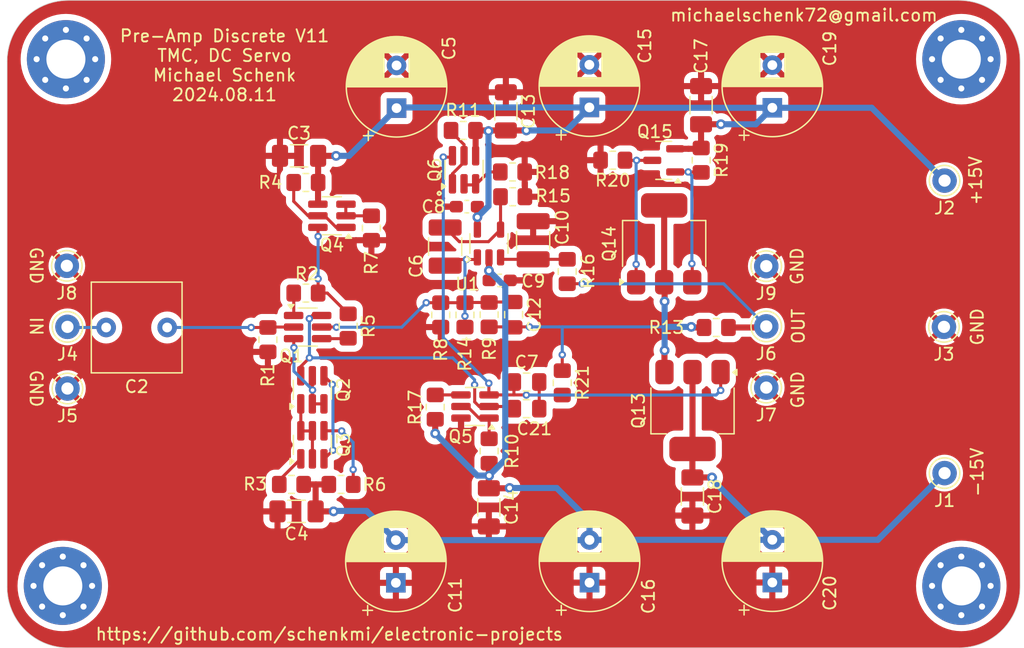
<source format=kicad_pcb>
(kicad_pcb (version 20240108) (generator "pcbnew") (generator_version "8.0")
  (layers (0 "F.Cu" signal) (31 "B.Cu" signal) (34 "B.Paste" user) (35 "F.Paste" user) (36 "B.SilkS" user "B.Silkscreen") (37 "F.SilkS" user "F.Silkscreen") (38 "B.Mask" user) (39 "F.Mask" user) (44 "Edge.Cuts" user))
  (net 0 "")
  (net 1 "GND")
  (net 2 "+15V")
  (net 3 "Net-(Q1A-B1)")
  (net 4 "-15V")
  (net 5 "Net-(J4-Pin_1)")
  (net 6 "Net-(U1--)")
  (net 7 "Net-(Q13-B)")
  (net 8 "Net-(C21-Pad1)")
  (net 9 "Net-(U1-+)")
  (net 10 "DCSERVO_OUT")
  (net 11 "DCSERVO_IN")
  (net 12 "Net-(Q13-E)")
  (net 13 "Net-(Q1B-B2)")
  (net 14 "Net-(Q1A-C1)")
  (net 15 "Net-(Q1A-E1)")
  (net 16 "Net-(Q1B-C2)")
  (net 17 "Net-(Q1B-E2)")
  (net 18 "Net-(Q2A-E1)")
  (net 19 "Net-(Q2B-E2)")
  (net 20 "Net-(Q3A-E1)")
  (net 21 "Net-(Q3B-E2)")
  (net 22 "Net-(Q4A-E1)")
  (net 23 "Net-(Q4A-B1)")
  (net 24 "Net-(Q4A-C1)")
  (net 25 "Net-(Q5A-E1)")
  (net 26 "Net-(Q5B-E2)")
  (net 27 "Net-(Q6A-E1)")
  (net 28 "Net-(Q6A-B1)")
  (net 29 "Net-(Q14-B)")
  (net 30 "Net-(Q14-E)")
  (footprint "Capacitor_THT:C_Rect_L7.2mm_W7.2mm_P5.00mm_FKS2_FKP2_MKS2_MKP2" (layer "F.Cu") (at 134.54 122.3264 180)
    (property "Reference" "C2")
    (property "Value" "3.3uF")
  )
  (footprint "MountingHole:MountingHole_3.2mm_M3_Pad_Via" (layer "F.Cu") (at 125.984 143.51)
    (property "Reference" "H3" (hide yes))
    (property "Value" "MountingHole")
  )
  (footprint "Connector_Pin:Pin_D1.0mm_L10.0mm" (layer "F.Cu") (at 126.365 122.2756)
    (property "Reference" "J4")
    (property "Value" "Conn_01x01")
  )
  (footprint "Connector_Pin:Pin_D1.0mm_L10.0mm" (layer "F.Cu") (at 126.365 127.3302)
    (property "Reference" "J5")
    (property "Value" "Conn_01x01")
  )
  (footprint "Package_TO_SOT_SMD:SC-74-6_1.55x2.9mm_P0.95mm" (layer "F.Cu") (at 158.877 109.3978 90)
    (property "Reference" "Q6")
    (property "Value" "BCM857DS,115")
  )
  (footprint "Resistor_SMD:R_0805_2012Metric_Pad1.20x1.40mm_HandSolder" (layer "F.Cu") (at 142.7988 123.3264 -90)
    (property "Reference" "R1")
    (property "Value" "10k")
  )
  (footprint "Resistor_SMD:R_0805_2012Metric_Pad1.20x1.40mm_HandSolder" (layer "F.Cu") (at 145.9136 119.507 180)
    (property "Reference" "R2")
    (property "Value" "180R")
  )
  (footprint "Resistor_SMD:R_0805_2012Metric_Pad1.20x1.40mm_HandSolder" (layer "F.Cu") (at 144.7292 135.1917)
    (property "Reference" "R3")
    (property "Value" "220R")
  )
  (footprint "Resistor_SMD:R_0805_2012Metric_Pad1.20x1.40mm_HandSolder" (layer "F.Cu") (at 149.3774 122.2088 -90)
    (property "Reference" "R5")
    (property "Value" "180R")
  )
  (footprint "Resistor_SMD:R_0805_2012Metric_Pad1.20x1.40mm_HandSolder" (layer "F.Cu") (at 148.7932 135.1917 180)
    (property "Reference" "R6")
    (property "Value" "220R")
  )
  (footprint "Resistor_SMD:R_0805_2012Metric_Pad1.20x1.40mm_HandSolder" (layer "F.Cu") (at 160.9344 121.2756 90)
    (property "Reference" "R9")
    (property "Value" "10k")
  )
  (footprint "Resistor_SMD:R_0805_2012Metric_Pad1.20x1.40mm_HandSolder" (layer "F.Cu") (at 160.9344 132.4516 -90)
    (property "Reference" "R10")
    (property "Value" "1k")
  )
  (footprint "MountingHole:MountingHole_3.2mm_M3_Pad_Via" (layer "F.Cu") (at 199.644 143.51)
    (property "Reference" "H2" (hide yes))
    (property "Value" "MountingHole")
  )
  (footprint "MountingHole:MountingHole_3.2mm_M3_Pad_Via" (layer "F.Cu") (at 199.644 100.33)
    (property "Reference" "H1" (hide yes))
    (property "Value" "MountingHole")
  )
  (footprint "Resistor_SMD:R_0805_2012Metric_Pad1.20x1.40mm_HandSolder" (layer "F.Cu") (at 158.8102 106.172 180)
    (property "Reference" "R11")
    (property "Value" "75R")
  )
  (footprint "MountingHole:MountingHole_3.2mm_M3_Pad_Via" (layer "F.Cu") (at 126.238 100.33)
    (property "Reference" "H4" (hide yes))
    (property "Value" "MountingHole")
  )
  (footprint "Resistor_SMD:R_0805_2012Metric_Pad1.20x1.40mm_HandSolder" (layer "F.Cu") (at 156.9659 121.2944 -90)
    (property "Reference" "R8")
    (property "Value" "4.7k")
  )
  (footprint "Connector_Pin:Pin_D1.0mm_L10.0mm" (layer "F.Cu") (at 183.652176 122.2375)
    (property "Reference" "J6")
    (property "Value" "Conn_01x01")
  )
  (footprint "Connector_Pin:Pin_D1.0mm_L10.0mm" (layer "F.Cu") (at 183.652176 127.254)
    (property "Reference" "J7")
    (property "Value" "Conn_01x01")
  )
  (footprint "Resistor_SMD:R_0805_2012Metric_Pad1.20x1.40mm_HandSolder" (layer "F.Cu") (at 179.553376 122.3264 180)
    (property "Reference" "R13")
    (property "Value" "47R")
  )
  (footprint "Capacitor_SMD:C_1210_3225Metric_Pad1.33x2.70mm_HandSolder" (layer "F.Cu") (at 157.3287 115.6931 90)
    (property "Reference" "C6")
    (property "Value" "1uF/16V")
  )
  (footprint "Capacitor_SMD:C_0603_1608Metric_Pad1.08x0.95mm_HandSolder" (layer "F.Cu") (at 159.1078 112.4204)
    (property "Reference" "C8")
    (property "Value" "100nF")
  )
  (footprint "Capacitor_SMD:C_0603_1608Metric_Pad1.08x0.95mm_HandSolder" (layer "F.Cu") (at 161.798 118.4656 180)
    (property "Reference" "C9")
    (property "Value" "100nF")
  )
  (footprint "Capacitor_SMD:C_1210_3225Metric_Pad1.33x2.70mm_HandSolder" (layer "F.Cu") (at 164.5423 115.1759 -90)
    (property "Reference" "C10")
    (property "Value" "1uF/16V")
  )
  (footprint "Connector_Pin:Pin_D1.0mm_L10.0mm" (layer "F.Cu") (at 198.2724 134.2644)
    (property "Reference" "J1")
    (property "Value" "Conn_01x01")
  )
  (footprint "Connector_Pin:Pin_D1.0mm_L10.0mm" (layer "F.Cu") (at 198.2724 110.2868)
    (property "Reference" "J2")
    (property "Value" "Conn_01x01")
  )
  (footprint "Connector_Pin:Pin_D1.0mm_L10.0mm" (layer "F.Cu") (at 198.2216 122.2756)
    (property "Reference" "J3")
    (property "Value" "Conn_01x01")
  )
  (footprint "Package_TO_SOT_SMD:SC-74-6_1.55x2.9mm_P0.95mm" (layer "F.Cu") (at 146.4462 131.946 90)
    (property "Reference" "Q3")
    (property "Value" "BCM847DS,115")
  )
  (footprint "Package_TO_SOT_SMD:SC-74-6_1.55x2.9mm_P0.95mm" (layer "F.Cu") (at 148.0464 113.168655 180)
    (property "Reference" "Q4")
    (property "Value" "BCM857DS,115")
  )
  (footprint "Resistor_SMD:R_0805_2012Metric_Pad1.20x1.40mm_HandSolder" (layer "F.Cu") (at 145.9136 110.4392 180)
    (property "Reference" "R4")
    (property "Value" "150R")
  )
  (footprint "Resistor_SMD:R_0805_2012Metric_Pad1.20x1.40mm_HandSolder" (layer "F.Cu") (at 151.2824 114.170955 -90)
    (property "Reference" "R7")
    (property "Value" "10k")
  )
  (footprint "Resistor_SMD:R_0805_2012Metric_Pad1.20x1.40mm_HandSolder" (layer "F.Cu") (at 158.9532 121.2944 90)
    (property "Reference" "R14")
    (property "Value" "47k")
  )
  (footprint "Resistor_SMD:R_0805_2012Metric_Pad1.20x1.40mm_HandSolder" (layer "F.Cu") (at 162.8648 111.6076)
    (property "Reference" "R15")
    (property "Value" "160k")
  )
  (footprint "Resistor_SMD:R_0805_2012Metric_Pad1.20x1.40mm_HandSolder" (layer "F.Cu") (at 167.3352 117.7384 90)
    (property "Reference" "R16")
    (property "Value" "160k")
  )
  (footprint "Package_TO_SOT_SMD:TSOT-23-5" (layer "F.Cu") (at 160.9203 115.4411 90)
    (property "Reference" "U1")
    (property "Value" "OPA182IDBVR")
  )
  (footprint "Capacitor_SMD:C_0805_2012Metric_Pad1.18x1.45mm_HandSolder" (layer "F.Cu") (at 164.0039 126.7968)
    (property "Reference" "C7")
    (property "Value" "100pF/C0G")
  )
  (footprint "Package_TO_SOT_SMD:SC-74-6_1.55x2.9mm_P0.95mm" (layer "F.Cu") (at 146.0555 122.2908)
    (property "Reference" "Q1")
    (property "Value" "BCM857DS,115")
  )
  (footprint "Package_TO_SOT_SMD:SC-74-6_1.55x2.9mm_P0.95mm" (layer "F.Cu") (at 146.4412 127.4373 90)
    (property "Reference" "Q2")
    (property "Value" "BCM847DS,115")
  )
  (footprint "Package_TO_SOT_SMD:SC-74-6_1.55x2.9mm_P0.95mm" (layer "F.Cu") (at 159.7754 128.8034 180)
    (property "Reference" "Q5")
    (property "Value" "BCM847DS,115")
  )
  (footprint "Resistor_SMD:R_0805_2012Metric_Pad1.20x1.40mm_HandSolder" (layer "F.Cu") (at 171.069776 108.6104 180)
    (property "Reference" "R20")
    (property "Value" "10k")
  )
  (footprint "Package_TO_SOT_SMD:SOT-223-3_TabPin2" (layer "F.Cu") (at 175.284176 115.468 90)
    (property "Reference" "Q14")
    (property "Value" "DZT5401")
  )
  (footprint "Capacitor_SMD:C_0805_2012Metric_Pad1.18x1.45mm_HandSolder" (layer "F.Cu") (at 164.0039 128.9812 180)
    (property "Reference" "C21")
    (property "Value" "47pF/C0G")
  )
  (footprint "Capacitor_THT:CP_Radial_D8.0mm_P3.50mm" (layer "F.Cu") (at 169.164 143.244951 90)
    (property "Reference" "C16")
    (property "Value" "220uF")
  )
  (footprint "Capacitor_SMD:C_1206_3216Metric_Pad1.33x1.80mm_HandSolder" (layer "F.Cu") (at 178.308 104.1015 -90)
    (property "Reference" "C17")
    (property "Value" "100nF")
  )
  (footprint "Resistor_SMD:R_0805_2012Metric_Pad1.20x1.40mm_HandSolder" (layer "F.Cu") (at 156.5148 128.8542 -90)
    (property "Reference" "R17")
    (property "Value" "56")
  )
  (footprint "Connector_Pin:Pin_D1.0mm_L10.0mm" (layer "F.Cu") (at 126.3142 117.2718)
    (property "Reference" "J8")
    (property "Value" "Conn_01x01")
  )
  (footprint "Capacitor_THT:CP_Radial_D8.0mm_P3.50mm" (layer "F.Cu") (at 153.344036 104.3432 90)
    (property "Reference" "C5")
    (property "Value" "220uF")
  )
  (footprint "Capacitor_SMD:C_1206_3216Metric_Pad1.33x1.80mm_HandSolder" (layer "F.Cu") (at 145.1479 137.4015 180)
    (property "Reference" "C4")
    (property "Value" "100nF")
  )
  (footprint "Package_TO_SOT_SMD:SOT-23" (layer "F.Cu") (at 175.247076 108.6256 180)
    (property "Reference" "Q15")
    (property "Value" "BC860C")
  )
  (footprint "Resistor_SMD:R_0805_2012Metric_Pad1.20x1.40mm_HandSolder" (layer "F.Cu") (at 178.318176 108.6104 -90)
    (property "Reference" "R19")
    (property "Value" "40.2R")
  )
  (footprint "Capacitor_THT:CP_Radial_D8.0mm_P3.50mm" (layer "F.Cu") (at 184.15 104.3152 90)
    (property "Reference" "C19")
    (property "Value" "220uF")
  )
  (footprint "Connector_Pin:Pin_D1.0mm_L10.0mm" (layer "F.Cu") (at 183.652176 117.2972)
    (property "Reference" "J9")
    (property "Value" "Conn_01x01")
  )
  (footprint "Capacitor_THT:CP_Radial_D8.0mm_P3.50mm" (layer "F.Cu") (at 169.151931 104.2872 90)
    (property "Reference" "C15")
    (property "Value" "220uF")
  )
  (footprint "Capacitor_SMD:C_1206_3216Metric_Pad1.33x1.80mm_HandSolder" (layer "F.Cu") (at 162.306 104.6095 -90)
    (property "Reference" "C13")
    (property "Value" "100nF")
  )
  (footprint "Resistor_SMD:R_0805_2012Metric_Pad1.20x1.40mm_HandSolder" (layer "F.Cu") (at 162.8488 109.5756)
    (property "Reference" "R18")
    (property "Value" "10k")
  )
  (footprint "Capacitor_SMD:C_0805_2012Metric_Pad1.18x1.45mm_HandSolder" (layer "F.Cu") (at 162.941 121.2756 90)
    (property "Reference" "C12")
    (property "Value" "4.7pF/C0G")
  )
  (footprint "Capacitor_SMD:C_1206_3216Metric_Pad1.33x1.80mm_HandSolder" (layer "F.Cu") (at 145.3511 108.2548)
    (property "Reference" "C3")
    (property "Value" "100nF")
  )
  (footprint "Capacitor_SMD:C_1206_3216Metric_Pad1.33x1.80mm_HandSolder" (layer "F.Cu") (at 177.5968 136.1825 -90)
    (property "Reference" "C18")
    (property "Value" "100nF")
  )
  (footprint "Package_TO_SOT_SMD:SOT-223-3_TabPin2" (layer "F.Cu") (at 177.606976 129.134 -90)
    (property "Reference" "Q13")
    (property "Value" "DZT5401")
  )
  (footprint "Capacitor_SMD:C_1206_3216Metric_Pad1.33x1.80mm_HandSolder" (layer "F.Cu") (at 160.909 137.0715 -90)
    (property "Reference" "C14")
    (property "Value" "100nF")
  )
  (footprint "Resistor_SMD:R_0805_2012Metric_Pad1.20x1.40mm_HandSolder" (layer "F.Cu") (at 166.9288 126.8636 -90)
    (property "Reference" "R21")
    (property "Value" "1k")
  )
  (footprint "Capacitor_THT:CP_Radial_D8.0mm_P3.50mm" (layer "F.Cu") (at 184.15 143.232251 90)
    (property "Reference" "C20")
    (property "Value" "220uF")
  )
  (footprint "Capacitor_THT:CP_Radial_D8.0mm_P3.50mm" (layer "F.Cu") (at 153.289 143.257651 90)
    (property "Reference" "C11")
    (property "Value" "220uF")
  )
  (gr_arc (start 126.412 148.59) (mid 122.876466 147.125534) (end 121.412 143.59) (stroke (width 0.05)) (layer "Edge.Cuts"))
  (gr_line (start 199.47 148.59) (end 126.412 148.59) (stroke (width 0.05)) (layer "Edge.Cuts"))
  (gr_arc (start 199.47 95.504) (mid 203.005534 96.968466) (end 204.47 100.504) (stroke (width 0.05)) (layer "Edge.Cuts"))
  (gr_arc (start 121.412 100.504) (mid 122.876466 96.968466) (end 126.412 95.504) (stroke (width 0.05)) (layer "Edge.Cuts"))
  (gr_arc (start 204.47 143.59) (mid 203.005534 147.125534) (end 199.47 148.59) (stroke (width 0.05)) (layer "Edge.Cuts"))
  (gr_line (start 121.412 143.59) (end 121.412 100.504) (stroke (width 0.05)) (layer "Edge.Cuts"))
  (gr_line (start 126.412 95.504) (end 199.47 95.504) (stroke (width 0.05)) (layer "Edge.Cuts"))
  (gr_line (start 204.47 100.504) (end 204.47 143.59) (stroke (width 0.05)) (layer "Edge.Cuts"))
  (gr_text "GND" (at 186.2328 127.4318 90) (layer "F.SilkS") (effects (font (size 1 1))))
  (gr_text "OUT" (at 186.2836 122.2248 90) (layer "F.SilkS") (effects (font (size 1 1))))
  (gr_text "GND" (at 200.9521 122.2756 90) (layer "F.SilkS") (effects (font (size 1 1))))
  (gr_text "Pre-Amp Discrete V11\nTMC, DC Servo\nMichael Schenk\n2024.08.11" (at 139.2428 100.838 0) (layer "F.SilkS") (effects (font (size 1 1))))
  (gr_text "michaelschenk72@gmail.com" (at 186.7408 96.7232 0) (layer "F.SilkS") (effects (font (size 1 1))))
  (gr_text "+15V" (at 200.8124 110.2868 90) (layer "F.SilkS") (effects (font (size 1 1))))
  (gr_text "https://github.com/schenkmi/electronic-projects" (at 147.828 147.4724 0) (layer "F.SilkS") (effects (font (size 1 1))))
  (gr_text "GND" (at 186.182 117.2972 90) (layer "F.SilkS") (effects (font (size 1 1))))
  (gr_text "IN" (at 123.7996 122.2248 270) (layer "F.SilkS") (effects (font (size 1 1))))
  (gr_text "GND" (at 123.7996 117.2464 270) (layer "F.SilkS") (effects (font (size 1 1))))
  (gr_text "°" (at 156.845 111.7346 0) (layer "F.SilkS") (effects (font (size 1 1))))
  (gr_text "-15V" (at 200.9394 134.1882 90) (layer "F.SilkS") (effects (font (size 1 1))))
  (gr_text "GND" (at 123.7996 127.3302 270) (layer "F.SilkS") (effects (font (size 1 1))))
  (segment (start 158.2453 112.4204) (end 156.4386 112.4204) (width 0.5) (layer "F.Cu") (net 1))
  (segment (start 158.6379 131.1297) (end 158.6484 131.1402) (width 0.5) (layer "F.Cu") (net 1))
  (segment (start 162.6605 118.4656) (end 164.211 118.4656) (width 0.5) (layer "F.Cu") (net 1))
  (segment (start 164.211 118.4656) (end 165.354 119.6086) (width 0.5) (layer "F.Cu") (net 1))
  (segment (start 158.6379 129.7534) (end 158.6379 131.1297) (width 0.5) (layer "F.Cu") (net 1))
  (segment (start 156.4386 112.4204) (end 155.2956 111.2774) (width 0.5) (layer "F.Cu") (net 1))
  (segment (start 160.9344 106.172) (end 162.306 106.172) (width 0.5) (layer "F.Cu") (net 2))
  (segment (start 179.9336 105.664) (end 178.308 105.664) (width 0.5) (layer "F.Cu") (net 2))
  (segment (start 160.8328 106.172) (end 160.8836 106.2228) (width 0.5) (layer "F.Cu") (net 2))
  (segment (start 178.308 105.664) (end 178.308 107.600224) (width 0.5) (layer "F.Cu") (net 2))
  (segment (start 159.8102 106.172) (end 160.8328 106.172) (width 0.5) (layer "F.Cu") (net 2))
  (segment (start 178.308 107.600224) (end 178.318176 107.6104) (width 0.5) (layer "F.Cu") (net 2))
  (segment (start 146.9089 112.218655) (end 146.9089 110.4439) (width 0.5) (layer "F.Cu") (net 2))
  (segment (start 160.8836 106.2228) (end 160.9344 106.172) (width 0.5) (layer "F.Cu") (net 2))
  (segment (start 146.9136 108.2548) (end 148.3868 108.2548) (width 0.5) (layer "F.Cu") (net 2))
  (segment (start 159.9703 114.3036) (end 159.9703 113.2829) (width 0.5) (layer "F.Cu") (net 2))
  (segment (start 146.9136 108.2548) (end 146.9136 110.4392) (width 0.5) (layer "F.Cu") (net 2))
  (segment (start 159.827 108.2478) (end 159.827 106.1888) (width 0.5) (layer "F.Cu") (net 2))
  (segment (start 146.9089 110.4439) (end 146.9136 110.4392) (width 0.5) (layer "F.Cu") (net 2))
  (segment (start 159.827 106.1888) (end 159.8102 106.172) (width 0.5) (layer "F.Cu") (net 2))
  (segment (start 177.281776 107.6756) (end 178.252976 107.6756) (width 0.5) (layer "F.Cu") (net 2))
  (segment (start 159.9703 113.2829) (end 159.9703 112.4204) (width 0.5) (layer "F.Cu") (net 2))
  (segment (start 176.184576 107.6756) (end 177.281776 107.6756) (width 0.5) (layer "F.Cu") (net 2))
  (segment (start 162.306 106.172) (end 163.9824 106.172) (width 0.5) (layer "F.Cu") (net 2))
  (via (at 163.9824 106.172) (size 0.8) (drill 0.4) (layers "F.Cu" "B.Cu") (net 2))
  (via (at 160.8836 106.2228) (size 0.8) (drill 0.4) (layers "F.Cu" "B.Cu") (net 2))
  (via (at 159.9703 113.2829) (size 0.8) (drill 0.4) (layers "F.Cu" "B.Cu") (net 2))
  (via (at 179.9336 105.664) (size 0.8) (drill 0.4) (layers "F.Cu" "B.Cu") (net 2))
  (via (at 148.3868 108.2548) (size 0.8) (drill 0.4) (layers "F.Cu" "B.Cu") (net 2))
  (segment (start 153.400036 104.2872) (end 153.344036 104.3432) (width 0.5) (layer "B.Cu") (net 2))
  (segment (start 160.8836 106.2228) (end 160.8836 112.3696) (width 0.5) (layer "B.Cu") (net 2))
  (segment (start 192.3008 104.3152) (end 198.2724 110.2868) (width 0.5) (layer "B.Cu") (net 2))
  (segment (start 182.8012 105.664) (end 184.15 104.3152) (width 0.5) (layer "B.Cu") (net 2))
  (segment (start 169.151931 104.2872) (end 169.0676 104.2872) (width 0.5) (layer "B.Cu") (net 2))
  (segment (start 184.15 104.3152) (end 192.3008 104.3152) (width 0.5) (layer "B.Cu") (net 2))
  (segment (start 184.15 104.3152) (end 169.179931 104.3152) (width 0.5) (layer "B.Cu") (net 2))
  (segment (start 169.151931 104.304469) (end 167.2844 106.172) (width 0.5) (layer "B.Cu") (net 2))
  (segment (start 153.344036 104.364364) (end 149.4536 108.2548) (width 0.5) (layer "B.Cu") (net 2))
  (segment (start 167.2844 106.172) (end 163.9824 106.172) (width 0.5) (layer "B.Cu") (net 2))
  (segment (start 179.9336 105.664) (end 182.8012 105.664) (width 0.5) (layer "B.Cu") (net 2))
  (segment (start 183.652176 104.2924) (end 183.652176 104.536224) (width 0.5) (layer "B.Cu") (net 2))
  (segment (start 153.344036 104.3432) (end 153.344036 104.364364) (width 0.5) (layer "B.Cu") (net 2))
  (segment (start 149.4536 108.2548) (end 148.3868 108.2548) (width 0.5) (layer "B.Cu") (net 2))
  (segment (start 160.8836 112.3696) (end 159.9703 113.2829) (width 0.5) (layer "B.Cu") (net 2))
  (segment (start 169.151931 104.2872) (end 169.151931 104.304469) (width 0.5) (layer "B.Cu") (net 2))
  (segment (start 169.151931 104.2872) (end 153.400036 104.2872) (width 0.5) (layer "B.Cu") (net 2))
  (segment (start 169.179931 104.3152) (end 169.151931 104.2872) (width 0.5) (layer "B.Cu") (net 2))
  (segment (start 141.4272 122.3264) (end 142.7988 122.3264) (width 0.25) (layer "F.Cu") (net 3))
  (segment (start 142.8344 122.2908) (end 142.7988 122.3264) (width 0.25) (layer "F.Cu") (net 3))
  (segment (start 144.9055 122.2908) (end 142.8344 122.2908) (width 0.25) (layer "F.Cu") (net 3))
  (via (at 141.4272 122.3264) (size 0.6) (drill 0.3) (layers "F.Cu" "B.Cu") (net 3))
  (segment (start 139.8016 122.3264) (end 134.54 122.3264) (width 0.25) (layer "B.Cu") (net 3))
  (segment (start 139.8016 122.3264) (end 141.4272 122.3264) (width 0.25) (layer "B.Cu") (net 3))
  (segment (start 177.5968 134.62) (end 177.5968 132.294176) (width 0.5) (layer "F.Cu") (net 4))
  (segment (start 177.5968 132.294176) (end 177.606976 132.284) (width 0.5) (layer "F.Cu") (net 4))
  (segment (start 146.7104 135.2171) (end 146.7358 135.1917) (width 0.5) (layer "F.Cu") (net 4))
  (segment (start 148.1836 137.4015) (end 146.7104 137.4015) (width 0.5) (layer "F.Cu") (net 4))
  (segment (start 160.909 135.509) (end 162.5854 135.509) (width 0.5) (layer "F.Cu") (net 4))
  (segment (start 160.909 135.509) (end 160.909 134.493) (width 0.5) (layer "F.Cu") (net 4))
  (segment (start 146.7358 135.1917) (end 145.7292 135.1917) (width 0.5) (layer "F.Cu") (net 4))
  (segment (start 160.9203 117.6669) (end 160.9203 118.4504) (width 0.5) (layer "F.Cu") (net 4))
  (segment (start 160.9344 134.4676) (end 160.909 134.4422) (width 0.5) (layer "F.Cu") (net 4))
  (segment (start 177.606976 132.284) (end 177.606976 125.984) (width 0.5) (layer "F.Cu") (net 4))
  (segment (start 160.9203 116.5786) (end 160.9203 117.6669) (width 0.5) (layer "F.Cu") (net 4))
  (segment (start 162.5854 135.509) (end 162.6108 135.4836) (width 0.5) (layer "F.Cu") (net 4))
  (segment (start 179.197 134.62) (end 177.5968 134.62) (width 0.5) (layer "F.Cu") (net 4))
  (segment (start 147.7932 135.1917) (end 146.7358 135.1917) (width 0.5) (layer "F.Cu") (net 4))
  (segment (start 156.5148 129.8542) (end 156.5148 131.0132) (width 0.5) (layer "F.Cu") (net 4))
  (segment (start 146.7104 137.4015) (end 146.7104 135.2171) (width 0.5) (layer "F.Cu") (net 4))
  (segment (start 160.909 134.493) (end 160.9344 134.4676) (width 0.5) (layer "F.Cu") (net 4))
  (segment (start 160.909 134.4422) (end 160.909 133.477) (width 0.5) (layer "F.Cu") (net 4))
  (segment (start 160.909 133.477) (end 160.9344 133.4516) (width 0.5) (layer "F.Cu") (net 4))
  (via (at 160.9203 117.6669) (size 0.8) (drill 0.4) (layers "F.Cu" "B.Cu") (net 4))
  (via (at 179.197 134.62) (size 0.8) (drill 0.4) (layers "F.Cu" "B.Cu") (net 4))
  (via (at 156.5148 131.0132) (size 0.8) (drill 0.4) (layers "F.Cu" "B.Cu") (net 4))
  (via (at 162.6108 135.4836) (size 0.8) (drill 0.4) (layers "F.Cu" "B.Cu") (net 4))
  (via (at 160.9344 134.4676) (size 0.8) (drill 0.4) (layers "F.Cu" "B.Cu") (net 4))
  (via (at 148.1836 137.4015) (size 0.8) (drill 0.4) (layers "F.Cu" "B.Cu") (net 4))
  (segment (start 179.197 134.779251) (end 179.197 134.62) (width 0.5) (layer "B.Cu") (net 4))
  (segment (start 184.15 139.732251) (end 169.1767 139.732251) (width 0.5) (layer "B.Cu") (net 4))
  (segment (start 160.9344 134.4676) (end 159.9692 134.4676) (width 0.5) (layer "B.Cu") (net 4))
  (segment (start 184.15 139.732251) (end 192.804549 139.732251) (width 0.5) (layer "B.Cu") (net 4))
  (segment (start 192.804549 139.732251) (end 198.2724 134.2644) (width 0.5) (layer "B.Cu") (net 4))
  (segment (start 166.4716 135.4836) (end 169.164 138.176) (width 0.5) (layer "B.Cu") (net 4))
  (segment (start 162.2552 119.0018) (end 160.9203 117.6669) (width 0.5) (layer "B.Cu") (net 4))
  (segment (start 179.3748 134.62) (end 179.197 134.62) (width 0.5) (layer "B.Cu") (net 4))
  (segment (start 148.2219 137.3632) (end 148.1836 137.4015) (width 0.5) (layer "B.Cu") (net 4))
  (segment (start 159.9692 134.4676) (end 156.5148 131.0132) (width 0.5) (layer "B.Cu") (net 4))
  (segment (start 169.164 138.176) (end 169.164 139.744951) (width 0.5) (layer "B.Cu") (net 4))
  (segment (start 153.289 139.757651) (end 150.894549 137.3632) (width 0.5) (layer "B.Cu") (net 4))
  (segment (start 184.15 139.732251) (end 179.197 134.779251) (width 0.5) (layer "B.Cu") (net 4))
  (segment (start 169.1767 139.732251) (end 169.164 139.744951) (width 0.5) (layer "B.Cu") (net 4))
  (segment (start 169.164 139.744951) (end 168.700951 139.744951) (width 0.5) (layer "B.Cu") (net 4))
  (segment (start 162.6108 135.4836) (end 166.4716 135.4836) (width 0.5) (layer "B.Cu") (net 4))
  (segment (start 168.700951 139.744951) (end 168.688251 139.757651) (width 0.5) (layer "B.Cu") (net 4))
  (segment (start 162.2552 133.1468) (end 162.2552 119.0018) (width 0.5) (layer "B.Cu") (net 4))
  (segment (start 150.894549 137.3632) (end 148.2219 137.3632) (width 0.5) (layer "B.Cu") (net 4))
  (segment (start 168.688251 139.757651) (end 153.289 139.757651) (width 0.5) (layer "B.Cu") (net 4))
  (segment (start 160.9344 134.4676) (end 162.2552 133.1468) (width 0.5) (layer "B.Cu") (net 4))
  (segment (start 129.54 122.3264) (end 126.4158 122.3264) (width 0.25) (layer "B.Cu") (net 5))
  (segment (start 161.8703 114.3036) (end 161.8703 111.6131) (width 0.25) (layer "F.Cu") (net 6))
  (segment (start 161.8703 114.3036) (end 160.8828 115.2911) (width 0.25) (layer "F.Cu") (net 6))
  (segment (start 158.4892 115.2911) (end 157.3287 114.1306) (width 0.25) (layer "F.Cu") (net 6))
  (segment (start 160.8828 115.2911) (end 158.4892 115.2911) (width 0.25) (layer "F.Cu") (net 6))
  (segment (start 160.9129 127.8534) (end 160.9129 126.9023) (width 0.25) (layer "F.Cu") (net 7))
  (segment (start 162.9664 126.7968) (end 162.9664 127.8534) (width 0.25) (layer "F.Cu") (net 7))
  (segment (start 160.9129 126.9023) (end 160.909 126.8984) (width 0.25) (layer "F.Cu") (net 7))
  (segment (start 163.9824 127.8636) (end 163.9722 127.8534) (width 0.25) (layer "F.Cu") (net 7))
  (segment (start 163.9722 127.8534) (end 162.9664 127.8534) (width 0.25) (layer "F.Cu") (net 7))
  (segment (start 162.9664 127.8534) (end 160.9254 127.8534) (width 0.25) (layer "F.Cu") (net 7))
  (segment (start 163.9824 127.8636) (end 163.9824 127.8128) (width 0.25) (layer "F.Cu") (net 7))
  (segment (start 179.918376 127.4826) (end 179.918376 125.9954) (width 0.25) (layer "F.Cu") (net 7))
  (segment (start 157.1807 108.3619) (end 157.1752 108.3564) (width 0.25) (layer "F.Cu") (net 7))
  (segment (start 157.927 108.3619) (end 157.1807 108.3619) (width 0.25) (layer "F.Cu") (net 7))
  (via (at 179.918376 127.4826) (size 0.6) (drill 0.3) (layers "F.Cu" "B.Cu") (net 7))
  (via (at 157.1752 108.3564) (size 0.6) (drill 0.3) (layers "F.Cu" "B.Cu") (net 7))
  (via (at 160.909 126.8984) (size 0.6) (drill 0.3) (layers "F.Cu" "B.Cu") (net 7))
  (via (at 163.9824 127.8636) (size 0.6) (drill 0.3) (layers "F.Cu" "B.Cu") (net 7))
  (segment (start 160.909 126.8984) (end 157.1752 123.1646) (width 0.25) (layer "B.Cu") (net 7))
  (segment (start 157.1752 123.1646) (end 157.1752 108.3564) (width 0.25) (layer "B.Cu") (net 7))
  (segment (start 179.537376 127.8636) (end 179.918376 127.4826) (width 0.25) (layer "B.Cu") (net 7))
  (segment (start 163.9824 127.8636) (end 179.537376 127.8636) (width 0.25) (layer "B.Cu") (net 7))
  (segment (start 165.0414 127.8636) (end 165.0414 126.7968) (width 0.25) (layer "F.Cu") (net 8))
  (segment (start 166.9288 127.8636) (end 165.0414 127.8636) (width 0.25) (layer "F.Cu") (net 8))
  (segment (start 165.0414 128.9812) (end 165.0414 127.8636) (width 0.25) (layer "F.Cu") (net 8))
  (segment (start 167.3352 116.7384) (end 164.5423 116.7384) (width 0.25) (layer "F.Cu") (net 9))
  (segment (start 164.5423 116.7384) (end 161.883 116.7384) (width 0.25) (layer "F.Cu") (net 9))
  (segment (start 159.0686 116.7511) (end 157.8332 116.7511) (width 0.25) (layer "F.Cu") (net 10))
  (segment (start 158.9532 122.2944) (end 158.9532 121.3939) (width 0.25) (layer "F.Cu") (net 10))
  (segment (start 159.9703 116.7511) (end 159.0686 116.7511) (width 0.25) (layer "F.Cu") (net 10))
  (via (at 159.0686 116.7511) (size 0.6) (drill 0.3) (layers "F.Cu" "B.Cu") (net 10))
  (via (at 158.9532 121.3939) (size 0.6) (drill 0.3) (layers "F.Cu" "B.Cu") (net 10))
  (segment (start 158.9532 121.3939) (end 158.9532 116.8665) (width 0.25) (layer "B.Cu") (net 10))
  (segment (start 158.9532 116.8665) (end 159.0686 116.7511) (width 0.25) (layer "B.Cu") (net 10))
  (segment (start 167.3352 118.7384) (end 168.5478 118.7384) (width 0.25) (layer "F.Cu") (net 11))
  (segment (start 180.553376 122.3264) (end 183.563276 122.3264) (width 0.5) (layer "F.Cu") (net 11))
  (segment (start 168.5478 118.7384) (end 168.5544 118.745) (width 0.25) (layer "F.Cu") (net 11))
  (via (at 168.5544 118.745) (size 0.6) (drill 0.3) (layers "F.Cu" "B.Cu") (net 11))
  (segment (start 180.159676 118.745) (end 183.652176 122.2375) (width 0.25) (layer "B.Cu") (net 11))
  (segment (start 168.5544 118.745) (end 180.159676 118.745) (width 0.25) (layer "B.Cu") (net 11))
  (segment (start 175.306976 125.984) (end 175.306976 124.22) (width 0.5) (layer "F.Cu") (net 12))
  (segment (start 166.9288 125.8636) (end 166.9288 124.5616) (width 0.25) (layer "F.Cu") (net 12))
  (segment (start 177.556176 122.3264) (end 177.505376 122.2756) (width 0.5) (layer "F.Cu") (net 12))
  (segment (start 160.9344 122.2756) (end 164.2364 122.2756) (width 0.25) (layer "F.Cu") (net 12))
  (segment (start 175.306976 124.22) (end 175.320976 124.206) (width 0.5) (layer "F.Cu") (net 12))
  (segment (start 175.284176 118.618) (end 175.284176 112.318) (width 0.5) (layer "F.Cu") (net 12))
  (segment (start 178.553376 122.3264) (end 177.556176 122.3264) (width 0.5) (layer "F.Cu") (net 12))
  (segment (start 175.320976 120.1928) (end 175.320976 118.6548) (width 0.5) (layer "F.Cu") (net 12))
  (via (at 175.320976 120.1928) (size 0.8) (drill 0.4) (layers "F.Cu" "B.Cu") (net 12))
  (via (at 175.320976 124.206) (size 0.8) (drill 0.4) (layers "F.Cu" "B.Cu") (net 12))
  (via (at 166.9288 124.5616) (size 0.6) (drill 0.3) (layers "F.Cu" "B.Cu") (net 12))
  (via (at 164.2364 122.2756) (size 0.6) (drill 0.3) (layers "F.Cu" "B.Cu") (net 12))
  (via (at 177.505376 122.2756) (size 0.8) (drill 0.4) (layers "F.Cu" "B.Cu") (net 12))
  (segment (start 175.320976 124.206) (end 175.320976 122.3772) (width 0.5) (layer "B.Cu") (net 12))
  (segment (start 164.2364 122.2756) (end 166.6748 122.2756) (width 0.25) (layer "B.Cu") (net 12))
  (segment (start 175.320976 122.3772) (end 175.320976 120.1928) (width 0.5) (layer "B.Cu") (net 12))
  (segment (start 175.422576 122.2756) (end 175.320976 122.3772) (width 0.5) (layer "B.Cu") (net 12))
  (segment (start 177.505376 122.2756) (end 175.422576 122.2756) (width 0.5) (layer "B.Cu") (net 12))
  (segment (start 166.9288 122.2756) (end 175.422576 122.2756) (width 0.25) (layer "B.Cu") (net 12))
  (segment (start 166.6748 122.2756) (end 166.9288 122.2756) (width 0.25) (layer "B.Cu") (net 12))
  (segment (start 166.9288 124.5616) (end 166.9288 122.2756) (width 0.25) (layer "B.Cu") (net 12))
  (segment (start 148.403535 122.2908) (end 148.41995 122.307215) (width 0.25) (layer "F.Cu") (net 13))
  (segment (start 155.7782 120.2944) (end 156.9659 120.2944) (width 0.25) (layer "F.Cu") (net 13))
  (segment (start 160.9344 120.2756) (end 158.972 120.2756) (width 0.25) (layer "F.Cu") (net 13))
  (segment (start 162.941 120.2381) (end 160.9719 120.2381) (width 0.25) (layer "F.Cu") (net 13))
  (segment (start 158.9532 120.2944) (end 156.9659 120.2944) (width 0.25) (layer "F.Cu") (net 13))
  (segment (start 160.9719 120.2381) (end 160.9344 120.2756) (width 0.25) (layer "F.Cu") (net 13))
  (segment (start 147.193 122.2908) (end 148.403535 122.2908) (width 0.25) (layer "F.Cu") (net 13))
  (via (at 155.7782 120.2944) (size 0.6) (drill 0.3) (layers "F.Cu" "B.Cu") (net 13))
  (via (at 148.41995 122.307215) (size 0.6) (drill 0.3) (layers "F.Cu" "B.Cu") (net 13))
  (segment (start 148.41995 122.307215) (end 153.765385 122.307215) (width 0.25) (layer "B.Cu") (net 13))
  (segment (start 153.765385 122.307215) (end 155.7782 120.2944) (width 0.25) (layer "B.Cu") (net 13))
  (segment (start 160.9254 128.8034) (end 162.7886 128.8034) (width 0.25) (layer "F.Cu") (net 14))
  (segment (start 160.9254 128.8034) (end 160.125401 128.8034) (width 0.25) (layer "F.Cu") (net 14))
  (segment (start 160.125401 128.8034) (end 159.7504 128.428399) (width 0.25) (layer "F.Cu") (net 14))
  (segment (start 145.4912 126.2873) (end 145.4912 125.5268) (width 0.25) (layer "F.Cu") (net 14))
  (segment (start 160.9129 128.8034) (end 160.514004 128.8034) (width 0.25) (layer "F.Cu") (net 14))
  (segment (start 162.6362 128.8034) (end 162.814 128.9812) (width 0.25) (layer "F.Cu") (net 14))
  (segment (start 162.7886 128.8034) (end 162.9664 128.9812) (width 0.25) (layer "F.Cu") (net 14))
  (segment (start 145.4912 125.5268) (end 146.2024 124.8156) (width 0.25) (layer "F.Cu") (net 14))
  (segment (start 159.7504 127.0352) (end 159.7406 127.0254) (width 0.25) (layer "F.Cu") (net 14))
  (segment (start 159.7504 128.428399) (end 159.7504 127.0352) (width 0.25) (layer "F.Cu") (net 14))
  (segment (start 146.454708 121.3408) (end 146.196739 121.598769) (width 0.25) (layer "F.Cu") (net 14))
  (segment (start 147.2055 121.3408) (end 146.454708 121.3408) (width 0.25) (layer "F.Cu") (net 14))
  (via (at 159.7406 127.0254) (size 0.6) (drill 0.3) (layers "F.Cu" "B.Cu") (net 14))
  (via (at 146.2024 124.8156) (size 0.6) (drill 0.3) (layers "F.Cu" "B.Cu") (net 14))
  (via (at 146.196739 121.598769) (size 0.6) (drill 0.3) (layers "F.Cu" "B.Cu") (net 14))
  (segment (start 146.2024 124.8156) (end 157.942316 124.8156) (width 0.25) (layer "B.Cu") (net 14))
  (segment (start 157.942316 124.8156) (end 159.7406 126.613884) (width 0.25) (layer "B.Cu") (net 14))
  (segment (start 146.2024 124.8156) (end 146.2024 121.60443) (width 0.25) (layer "B.Cu") (net 14))
  (segment (start 159.7406 126.613884) (end 159.7406 127.0254) (width 0.25) (layer "B.Cu") (net 14))
  (segment (start 146.2024 121.60443) (end 146.196739 121.598769) (width 0.25) (layer "B.Cu") (net 14))
  (segment (start 144.918 121.3408) (end 144.918 119.5114) (width 0.25) (layer "F.Cu") (net 15))
  (segment (start 144.918 119.5114) (end 144.9136 119.507) (width 0.25) (layer "F.Cu") (net 15))
  (segment (start 144.918 123.963) (end 144.9324 123.9774) (width 0.25) (layer "F.Cu") (net 16))
  (segment (start 144.918 123.2408) (end 144.918 123.963) (width 0.25) (layer "F.Cu") (net 16))
  (segment (start 146.4412 127.442) (end 146.4564 127.4572) (width 0.25) (layer "F.Cu") (net 16))
  (segment (start 146.4412 127.4724) (end 146.4412 128.5873) (width 0.25) (layer "F.Cu") (net 16))
  (segment (start 147.3912 128.5873) (end 146.4412 128.5873) (width 0.25) (layer "F.Cu") (net 16))
  (segment (start 146.4564 127.4572) (end 146.4412 127.4724) (width 0.25) (layer "F.Cu") (net 16))
  (segment (start 146.4412 126.2873) (end 146.4412 127.442) (width 0.25) (layer "F.Cu") (net 16))
  (via (at 146.4564 127.4572) (size 0.6) (drill 0.3) (layers "F.Cu" "B.Cu") (net 16))
  (via (at 144.9324 123.9774) (size 0.6) (drill 0.3) (layers "F.Cu" "B.Cu") (net 16))
  (segment (start 146.4564 127.4572) (end 146.4564 127.4368) (width 0.25) (layer "B.Cu") (net 16))
  (segment (start 146.4564 127.4368) (end 144.9324 125.9128) (width 0.25) (layer "B.Cu") (net 16))
  (segment (start 144.9324 123.9774) (end 144.9324 125.9128) (width 0.25) (layer "B.Cu") (net 16))
  (segment (start 147.193 123.2408) (end 149.3454 123.2408) (width 0.25) (layer "F.Cu") (net 17))
  (segment (start 149.3454 123.2408) (end 149.3774 123.2088) (width 0.25) (layer "F.Cu") (net 17))
  (segment (start 146.4462 133.0835) (end 146.4462 130.8085) (width 0.25) (layer "F.Cu") (net 18))
  (segment (start 145.4962 128.5798) (end 145.4912 128.5748) (width 0.25) (layer "F.Cu") (net 18))
  (segment (start 145.4962 130.796) (end 145.4962 128.5923) (width 0.25) (layer "F.Cu") (net 18))
  (segment (start 145.4962 128.5923) (end 145.4912 128.5873) (width 0.25) (layer "F.Cu") (net 18))
  (segment (start 146.4462 130.8085) (end 145.4962 130.8085) (width 0.25) (layer "F.Cu") (net 18))
  (segment (start 148.082 126.9781) (end 147.3912 126.2873) (width 0.25) (layer "F.Cu") (net 19))
  (segment (start 147.4216 133.096) (end 148.1328 132.3848) (width 0.25) (layer "F.Cu") (net 19))
  (segment (start 148.082 127) (end 148.082 126.9781) (width 0.25) (layer "F.Cu") (net 19))
  (segment (start 147.3962 133.096) (end 147.4216 133.096) (width 0.25) (layer "F.Cu") (net 19))
  (segment (start 147.3962 126.3048) (end 147.3912 126.2998) (width 0.25) (layer "F.Cu") (net 19))
  (via (at 148.1328 132.3848) (size 0.6) (drill 0.3) (layers "F.Cu" "B.Cu") (net 19))
  (via (at 148.082 127) (size 0.6) (drill 0.3) (layers "F.Cu" "B.Cu") (net 19))
  (segment (start 148.1328 127.0508) (end 148.082 127) (width 0.25) (layer "B.Cu") (net 19))
  (segment (start 148.1328 132.3848) (end 148.1328 127.0508) (width 0.25) (layer "B.Cu") (net 19))
  (segment (start 143.7292 134.8505) (end 145.4962 133.0835) (width 0.25) (layer "F.Cu") (net 20))
  (segment (start 143.7292 135.1917) (end 143.7292 134.8505) (width 0.25) (layer "F.Cu") (net 20))
  (segment (start 148.83 130.796) (end 148.844 130.81) (width 0.25) (layer "F.Cu") (net 21))
  (segment (start 149.7932 135.1917) (end 149.7932 133.9819) (width 0.25) (layer "F.Cu") (net 21))
  (segment (start 149.7932 133.9819) (end 149.7838 133.9725) (width 0.25) (layer "F.Cu") (net 21))
  (segment (start 147.3962 130.796) (end 148.83 130.796) (width 0.25) (layer "F.Cu") (net 21))
  (segment (start 147.4106 130.8229) (end 147.3962 130.8085) (width 0.25) (layer "F.Cu") (net 21))
  (via (at 148.844 130.81) (size 0.6) (drill 0.3) (layers "F.Cu" "B.Cu") (net 21))
  (via (at 149.7838 133.9725) (size 0.6) (drill 0.3) (layers "F.Cu" "B.Cu") (net 21))
  (segment (start 149.7838 131.7498) (end 149.7838 133.9725) (width 0.25) (layer "B.Cu") (net 21))
  (segment (start 148.844 130.81) (end 149.7838 131.7498) (width 0.25) (layer "B.Cu") (net 21))
  (segment (start 146.096401 113.168655) (end 144.9136 111.985854) (width 0.25) (layer "F.Cu") (net 22))
  (segment (start 146.9089 113.168655) (end 146.510004 113.168655) (width 0.25) (layer "F.Cu") (net 22))
  (segment (start 146.8964 113.168655) (end 146.096401 113.168655) (width 0.25) (layer "F.Cu") (net 22))
  (segment (start 147.307796 113.168655) (end 146.9089 113.168655) (width 0.25) (layer "F.Cu") (net 22))
  (segment (start 144.9136 111.985854) (end 144.9136 110.4392) (width 0.25) (layer "F.Cu") (net 22))
  (segment (start 149.1964 114.118655) (end 148.396401 114.118655) (width 0.25) (layer "F.Cu") (net 22))
  (segment (start 147.446401 113.168655) (end 146.8964 113.168655) (width 0.25) (layer "F.Cu") (net 22))
  (segment (start 148.396401 114.118655) (end 147.446401 113.168655) (width 0.25) (layer "F.Cu") (net 22))
  (segment (start 149.1862 113.170955) (end 149.1839 113.168655) (width 0.25) (layer "F.Cu") (net 23))
  (segment (start 149.1839 113.168655) (end 149.1839 112.218655) (width 0.25) (layer "F.Cu") (net 23))
  (segment (start 149.1987 113.170955) (end 149.1964 113.168655) (width 0.25) (layer "F.Cu") (net 23))
  (segment (start 151.2824 113.170955) (end 149.1987 113.170955) (width 0.25) (layer "F.Cu") (net 23))
  (segment (start 146.9089 114.118655) (end 146.9089 114.8541) (width 0.25) (layer "F.Cu") (net 24))
  (segment (start 146.9136 118.3386) (end 146.9136 119.507) (width 0.25) (layer "F.Cu") (net 24))
  (segment (start 146.9089 114.8541) (end 146.9136 114.8588) (width 0.25) (layer "F.Cu") (net 24))
  (segment (start 146.9136 119.507) (end 147.6756 119.507) (width 0.25) (layer "F.Cu") (net 24))
  (segment (start 147.6756 119.507) (end 149.3774 121.2088) (width 0.25) (layer "F.Cu") (net 24))
  (via (at 146.9136 118.3386) (size 0.6) (drill 0.3) (layers "F.Cu" "B.Cu") (net 24))
  (via (at 146.9136 114.8588) (size 0.6) (drill 0.3) (layers "F.Cu" "B.Cu") (net 24))
  (segment (start 146.9136 114.8588) (end 146.9136 118.3386) (width 0.25) (layer "B.Cu") (net 24))
  (segment (start 160.101308 129.7534) (end 159.151308 128.8034) (width 0.25) (layer "F.Cu") (net 25))
  (segment (start 159.151308 128.8034) (end 158.6254 128.8034) (width 0.25) (layer "F.Cu") (net 25))
  (segment (start 160.9254 129.7534) (end 160.101308 129.7534) (width 0.25) (layer "F.Cu") (net 25))
  (segment (start 160.9344 129.7749) (end 160.9129 129.7534) (width 0.25) (layer "F.Cu") (net 25))
  (segment (start 160.9344 131.4516) (end 160.9344 129.7749) (width 0.25) (layer "F.Cu") (net 25))
  (segment (start 158.6254 127.8534) (end 156.5156 127.8534) (width 0.25) (layer "F.Cu") (net 26))
  (segment (start 156.6172 127.8534) (end 156.6164 127.8542) (width 0.25) (layer "F.Cu") (net 26))
  (segment (start 156.5156 127.8534) (end 156.5148 127.8542) (width 0.25) (layer "F.Cu") (net 26))
  (segment (start 157.927 110.5478) (end 157.927 109.723708) (width 0.25) (layer "F.Cu") (net 27))
  (segment (start 157.927 109.723708) (end 158.877 108.773708) (width 0.25) (layer "F.Cu") (net 27))
  (segment (start 158.877 108.2603) (end 158.877 107.3349) (width 0.25) (layer "F.Cu") (net 27))
  (segment (start 158.877 108.773708) (end 158.877 108.2478) (width 0.25) (layer "F.Cu") (net 27))
  (segment (start 158.877 107.3349) (end 157.8102 106.2681) (width 0.25) (layer "F.Cu") (net 27))
  (segment (start 158.877 110.6369) (end 159.827 110.6369) (width 0.25) (layer "F.Cu") (net 28))
  (segment (start 161.8488 109.5756) (end 160.8883 109.5756) (width 0.25) (layer "F.Cu") (net 28))
  (segment (start 160.8883 109.5756) (end 159.827 110.6369) (width 0.25) (layer "F.Cu") (net 28))
  (segment (start 172.984176 118.618) (end 172.984176 117.1448) (width 0.25) (layer "F.Cu") (net 29))
  (segment (start 173.019776 108.6256) (end 172.084976 108.6256) (width 0.25) (layer "F.Cu") (net 29))
  (segment (start 174.309576 108.6256) (end 173.019776 108.6256) (width 0.25) (layer "F.Cu") (net 29))
  (via (at 173.019776 108.6256) (size 0.6) (drill 0.3) (layers "F.Cu" "B.Cu") (net 29))
  (via (at 172.984176 117.1448) (size 0.6) (drill 0.3) (layers "F.Cu" "B.Cu") (net 29))
  (segment (start 172.984176 117.1448) (end 172.984176 108.6612) (width 0.25) (layer "B.Cu") (net 29))
  (segment (start 172.984176 108.6612) (end 173.019776 108.6256) (width 0.25) (layer "B.Cu") (net 29))
  (segment (start 177.584176 117.122) (end 177.556176 117.094) (width 0.25) (layer "F.Cu") (net 30))
  (segment (start 176.184576 109.5756) (end 177.251376 109.5756) (width 0.25) (layer "F.Cu") (net 30))
  (segment (start 177.584176 118.618) (end 177.584176 117.122) (width 0.25) (layer "F.Cu") (net 30))
  (segment (start 177.251376 109.5756) (end 178.283376 109.5756) (width 0.25) (layer "F.Cu") (net 30))
  (via (at 177.556176 117.094) (size 0.6) (drill 0.3) (layers "F.Cu" "B.Cu") (net 30))
  (via (at 177.251376 109.5756) (size 0.6) (drill 0.3) (layers "F.Cu" "B.Cu") (net 30))
  (segment (start 177.556176 117.094) (end 177.556176 109.8804) (width 0.25) (layer "B.Cu") (net 30))
  (segment (start 177.556176 109.8804) (end 177.251376 109.5756) (width 0.25) (layer "B.Cu") (net 30))
  (zone (net 1) (net_name "GND") (layer "F.Cu") (connect_pads (clearance 0.508)) (min_thickness 0.25) (fill yes (thermal_gap 0.5) (thermal_bridge_width 0.5))
    (polygon (pts (xy 121.412 95.504) (xy 204.47 95.504) (xy 204.47 148.59) (xy 121.412 148.59)))
  )
)
</source>
